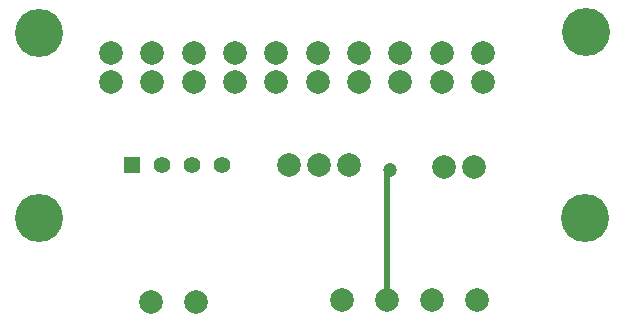
<source format=gtl>
G04 ( created by brdgerber.py ( brdgerber.py v0.1 2014-03-12 ) ) date 2020-07-15 17:06:24 EDT*
G04 Gerber Fmt 3.4, Leading zero omitted, Abs format*
%MOIN*%
%FSLAX34Y34*%
G01*
G70*
G90*
G04 APERTURE LIST*
%ADD13R,0.0550X0.0550*%
%ADD18C,0.0472*%
%ADD16C,0.1600*%
%ADD15C,0.0120*%
%ADD12C,0.0000*%
%ADD11C,0.0787*%
%ADD10C,0.0200*%
%ADD14C,0.0550*%
%ADD17C,0.0150*%
G04 APERTURE END LIST*
G54D13*
D11*
X-00350Y-00350D03*
D11*
X00650Y-00350D03*
D11*
X01650Y-00350D03*
D11*
X04800Y-00400D03*
D11*
X05800Y-00400D03*
D13*
X-05600Y-00350D03*
D14*
X-04600Y-00350D03*
D14*
X-03600Y-00350D03*
D14*
X-02600Y-00350D03*
D16*
X-08700Y04050D03*
D16*
X09550Y04100D03*
D16*
X-08700Y-02100D03*
D16*
X09500Y-02100D03*
D11*
X-03450Y-04900D03*
D11*
X-04950Y-04900D03*
D11*
X-06301Y02408D03*
D11*
X-06301Y03392D03*
D11*
X-04923Y02408D03*
D11*
X-04923Y03392D03*
D11*
X-03545Y02408D03*
D11*
X-03545Y03392D03*
D11*
X-02167Y02408D03*
D11*
X-02167Y03392D03*
D11*
X-00789Y02408D03*
D11*
X-00789Y03392D03*
D11*
X00589Y02408D03*
D11*
X00589Y03392D03*
D11*
X01967Y02408D03*
D11*
X01967Y03392D03*
D11*
X03345Y02408D03*
D11*
X03345Y03392D03*
D11*
X04723Y02408D03*
D11*
X04723Y03392D03*
D11*
X06101Y02408D03*
D11*
X06101Y03392D03*
D11*
X01400Y-04850D03*
D11*
X02900Y-04850D03*
D11*
X04400Y-04850D03*
D11*
X05900Y-04850D03*
D18*
X03000Y-00500D03*
D10*
G01X03000Y-00500D02*
G01X02900Y-00600D01*
D10*
G01X02900Y-00650D02*
G01X02900Y-04850D01*
M02*

</source>
